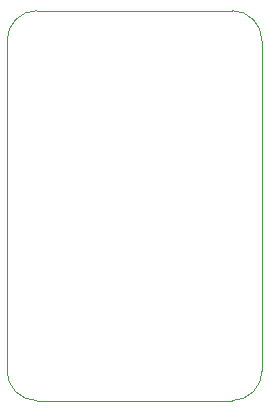
<source format=gbr>
%TF.GenerationSoftware,KiCad,Pcbnew,7.0.6*%
%TF.CreationDate,2023-10-21T15:53:08+08:00*%
%TF.ProjectId,AudioPlug2SMA_M1V1,41756469-6f50-46c7-9567-32534d415f4d,rev?*%
%TF.SameCoordinates,Original*%
%TF.FileFunction,Profile,NP*%
%FSLAX46Y46*%
G04 Gerber Fmt 4.6, Leading zero omitted, Abs format (unit mm)*
G04 Created by KiCad (PCBNEW 7.0.6) date 2023-10-21 15:53:08*
%MOMM*%
%LPD*%
G01*
G04 APERTURE LIST*
%TA.AperFunction,Profile*%
%ADD10C,0.100000*%
%TD*%
G04 APERTURE END LIST*
D10*
X100330000Y-85090000D02*
X83820000Y-85090000D01*
X83820000Y-118110000D02*
X100330000Y-118110000D01*
X83820000Y-85090000D02*
G75*
G03*
X81280000Y-87630000I0J-2540000D01*
G01*
X100330000Y-118110000D02*
G75*
G03*
X102870000Y-115570000I0J2540000D01*
G01*
X102870000Y-87630000D02*
G75*
G03*
X100330000Y-85090000I-2540000J0D01*
G01*
X102870000Y-115570000D02*
X102870000Y-87630000D01*
X81280000Y-115570000D02*
G75*
G03*
X83820000Y-118110000I2540000J0D01*
G01*
X81280000Y-87630000D02*
X81280000Y-115570000D01*
M02*

</source>
